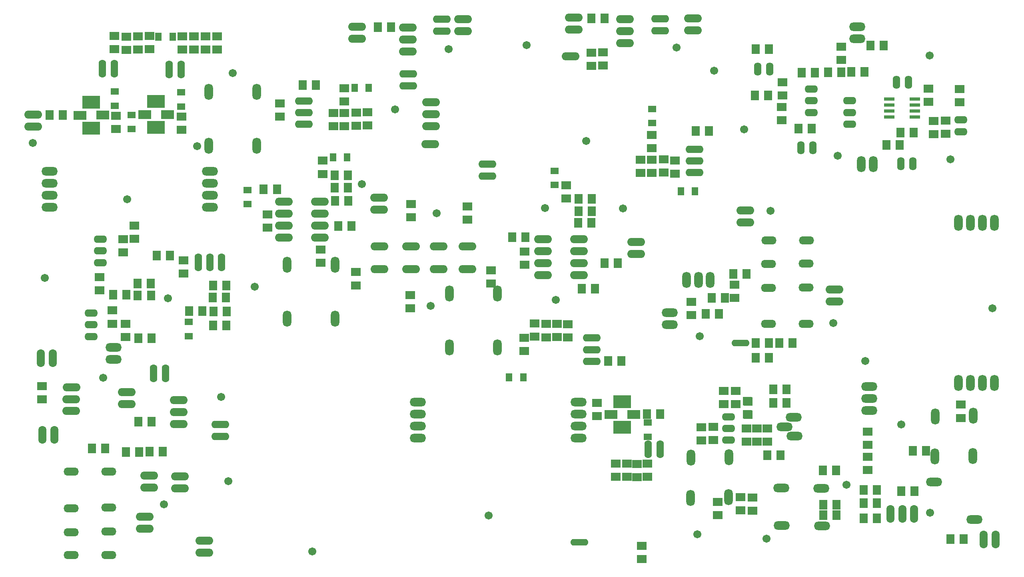
<source format=gbr>
G04 DipTrace 3.0.0.2*
G04 TopMask.gbr*
%MOMM*%
G04 #@! TF.FileFunction,Soldermask,Top*
G04 #@! TF.Part,Single*
%AMOUTLINE1*
4,1,4,
-0.98749,0.91784,
1.01625,0.88593,
0.98749,-0.91784,
-1.01625,-0.88593,
-0.98749,0.91784,
0*%
%ADD41O,3.804X1.404*%
%ADD43O,1.704X3.804*%
%ADD45O,3.204X1.704*%
%ADD47O,3.454X1.824*%
%ADD49O,1.604X2.804*%
%ADD51R,2.204X0.804*%
%ADD53C,1.704*%
%ADD55O,2.804X1.604*%
%ADD57O,1.604X3.804*%
%ADD59O,3.454X1.824*%
%ADD61O,3.804X1.604*%
%ADD63R,1.404X1.804*%
%ADD65O,1.824X3.454*%
%ADD67O,3.804X1.704*%
%ADD69R,2.6678X1.8804*%
%ADD71R,3.76X2.6678*%
%ADD73R,1.804X1.404*%
%ADD75R,1.804X2.004*%
%ADD77R,2.004X1.804*%
%ADD82OUTLINE1*%
%FSLAX35Y35*%
G04*
G71*
G90*
G75*
G01*
G04 TopMask*
%LPD*%
D77*
X3040533Y10844303D3*
Y10564303D3*
D75*
X1912533Y10856303D3*
X1632533D3*
D73*
X3015033Y11055803D3*
Y11355803D3*
D77*
X3007533Y12254303D3*
Y12534303D3*
D71*
X2511300Y11127300D3*
X2509647Y10580747D3*
D69*
X2272713Y10851680D3*
X2757853Y10854220D3*
D67*
X1288800Y10615800D3*
Y10869800D3*
X14049300Y8164800D3*
Y7910800D3*
X6594300Y9022800D3*
Y8768800D3*
Y8514800D3*
Y8260800D3*
X7356300D3*
Y8514800D3*
Y8768800D3*
Y9022800D3*
D65*
X6661800Y7680300D3*
X7677800D3*
X6661800Y6537300D3*
X7677800D3*
D67*
X10383300Y12891300D3*
Y12637300D3*
D63*
X7930800Y9961800D3*
X7630800D3*
D67*
X8605800Y9102300D3*
Y8848300D3*
D61*
X9228300Y11731800D3*
Y11477800D3*
D75*
X7957800Y9039300D3*
X7677800D3*
D77*
X3256533Y12237803D3*
Y12517803D3*
D75*
X7947300Y9583800D3*
X7667300D3*
X7951800Y9313800D3*
X7671800D3*
D67*
X9217933Y12207233D3*
Y12461333D3*
Y12715310D3*
X8139300Y12732300D3*
Y12478300D3*
D75*
X8584800Y12721800D3*
X8864800D3*
D77*
X6249300Y8746800D3*
Y8466800D3*
X7372800Y7722300D3*
Y8002300D3*
X9288300Y8688300D3*
Y8968300D3*
X9268800Y7036800D3*
Y6756800D3*
X10480800Y8641800D3*
Y8921800D3*
D67*
X8619300Y7590300D3*
Y8072900D3*
X9286800Y8073300D3*
Y7590700D3*
X9867300Y7591800D3*
Y8074400D3*
X10476300Y8073300D3*
Y7590700D3*
D77*
X10981800Y7563300D3*
Y7283300D3*
X8119800Y7246800D3*
Y7526800D3*
D65*
X10096800Y7069800D3*
X11112800D3*
X10096800Y5926800D3*
X11112800D3*
D75*
X11710800Y8271300D3*
X11430800D3*
D67*
X12081300Y8227800D3*
Y7973800D3*
Y7719800D3*
Y7465800D3*
X12843300D3*
Y7719800D3*
Y7973800D3*
Y8227800D3*
D73*
X12328800Y9375300D3*
Y9675300D3*
D75*
X13107300Y8572800D3*
X12827300D3*
X13111800Y8820300D3*
X12831800D3*
X13116300Y9084300D3*
X12836300D3*
D77*
X11688300Y7965300D3*
Y7685300D3*
D63*
X15297300Y9240300D3*
X14997300D3*
D75*
X4180800Y7876800D3*
X3900800D3*
D59*
X5029800Y8902800D3*
Y9156800D3*
Y9410800D3*
Y9664800D3*
X1629800D3*
Y9410800D3*
Y9156800D3*
Y8902800D3*
D65*
X6016800Y10206300D3*
X5000800D3*
X6016800Y11349300D3*
X5000800D3*
D77*
X3507033Y12246803D3*
Y12526803D3*
X3745533Y12255803D3*
Y12535803D3*
D75*
X6445800Y9280800D3*
X6165800D3*
D61*
X9934800Y12892800D3*
Y12638800D3*
D57*
X2746800Y11836800D3*
X3000800D3*
D75*
X8020800Y8506800D3*
X7740800D3*
X13666800Y7716300D3*
X13386800D3*
D77*
X4429267Y10828307D3*
Y10548307D3*
D73*
X3369033Y10860803D3*
Y10560803D3*
X4420267Y11039807D3*
Y11339807D3*
D77*
X4443300Y12244800D3*
Y12524800D3*
D71*
X3885300Y11143800D3*
X3883647Y10597247D3*
D69*
X3646713Y10868180D3*
X4131853Y10870720D3*
D77*
X4687800Y12246300D3*
Y12526300D3*
X4938300Y12246300D3*
Y12526300D3*
X5181300Y12246300D3*
Y12526300D3*
D57*
X4167300Y11820300D3*
X4421300D3*
D63*
X3936033Y12521303D3*
X4236033D3*
D61*
X7017434Y11158532D3*
X7016434Y10908532D3*
X7015434Y10661532D3*
D77*
X7639800Y10621800D3*
Y10901800D3*
X7873800Y10620300D3*
Y10900300D3*
X8124300Y10629300D3*
Y10909300D3*
X8362800Y10638300D3*
Y10918300D3*
D63*
X8088300Y11431800D3*
X8388300D3*
D75*
X6991800Y11493300D3*
X7271800D3*
D77*
X7875300Y11427300D3*
Y11147300D3*
D57*
X4778068Y7736434D3*
X5028068Y7735434D3*
X5275068Y7734434D3*
D75*
X5373300Y7240800D3*
X5093300D3*
X5371800Y6396300D3*
X5091800D3*
X5385300Y6690300D3*
X5105300D3*
X5368800Y6985800D3*
X5088800D3*
D73*
X4576800Y6469800D3*
Y6169800D3*
D77*
X4468800Y7777800D3*
Y7497800D3*
D75*
X4584300Y6703800D3*
X4864300D3*
D73*
X5826300Y9267300D3*
Y8967300D3*
D67*
X15250800Y12907800D3*
Y12653800D3*
D77*
X13105713Y11898343D3*
Y12178343D3*
D67*
X13819846Y12378276D3*
Y12632376D3*
Y12886353D3*
X12732213Y12921343D3*
Y12667343D3*
D75*
X13107213Y12906343D3*
X13387213D3*
D61*
X14562300Y12900300D3*
Y12646300D3*
D77*
X3244800Y6147300D3*
Y6427300D3*
D55*
X2509779Y6160841D3*
X2510779Y6410841D3*
X2511779Y6657841D3*
D75*
X3513300Y6126300D3*
X3793300D3*
D77*
X2686800Y7144800D3*
Y7424800D3*
D75*
X2979300Y7044300D3*
X3259300D3*
X3772800Y7282800D3*
X3492800D3*
D59*
X2989800Y5926800D3*
Y5672800D3*
D77*
X3192300Y7945800D3*
Y8225800D3*
D75*
X3778933Y7027533D3*
X3498933D3*
D55*
X2704800Y8226300D3*
Y7976300D3*
Y7726300D3*
D77*
X3429300Y8233800D3*
Y8513800D3*
X2962800Y6433800D3*
Y6713800D3*
X6507300Y11104800D3*
Y10824800D3*
D53*
X7198800Y1603800D3*
D57*
X4084800Y5377800D3*
X3830800D3*
D67*
X4366774Y4815314D3*
Y4561214D3*
Y4307237D3*
X3264300Y4725300D3*
Y4979300D3*
D75*
X3511800Y4357800D3*
X3791800D3*
D61*
X5250300Y4299300D3*
Y4045300D3*
X15289887Y10134126D3*
X15288887Y9884126D3*
X15287887Y9637126D3*
D77*
X14149800Y9630300D3*
Y9910300D3*
X14383800Y9628800D3*
Y9908800D3*
X14634300Y9637800D3*
Y9917800D3*
X14872853Y9613693D3*
Y9893693D3*
D73*
X14391353Y10684693D3*
Y10984693D3*
D75*
X15312300Y10516800D3*
X15592300D3*
D77*
X14385300Y10435800D3*
Y10155800D3*
D61*
X13108719Y5632961D3*
X13109719Y5882961D3*
X13110719Y6129961D3*
D77*
X12601800Y6421800D3*
Y6141800D3*
X12375300Y6433800D3*
Y6153800D3*
X12150300Y6426300D3*
Y6146300D3*
X11905800Y6435300D3*
Y6155300D3*
D63*
X11662800Y5292300D3*
X11362800D3*
D75*
X13461300Y5641800D3*
X13741300D3*
D77*
X11682300Y5853300D3*
Y6133300D3*
D67*
X18252300Y6906300D3*
Y7160300D3*
D51*
X19410300Y11194800D3*
Y11067800D3*
Y10940800D3*
Y10813800D3*
X19950300D3*
Y10940800D3*
Y11067800D3*
Y11194800D3*
D49*
X19563300Y11553300D3*
X19817300D3*
D77*
X20241300Y11136300D3*
Y11416300D3*
D55*
X18576300Y11161800D3*
Y10911800D3*
Y10661800D3*
D75*
X18394800Y11766300D3*
X18114800D3*
X18891300Y11770800D3*
X18611300D3*
D77*
X20602800Y10459800D3*
Y10739800D3*
D65*
X18817800Y9813300D3*
X19071800D3*
D75*
X19932300Y10483800D3*
X19652300D3*
X19633800Y10225800D3*
X19353800D3*
D49*
X19660800Y9823800D3*
X19914800D3*
D77*
X20347800Y10453800D3*
Y10733800D3*
D55*
X17758699Y10911501D3*
X17759699Y11161501D3*
X17760699Y11408501D3*
D75*
X17559300Y11755800D3*
X17839300D3*
D77*
X17154300Y11553300D3*
Y11273300D3*
X17134800Y11028300D3*
Y10748300D3*
D75*
X17767800Y10566300D3*
X17487800D3*
X16567800Y11274300D3*
X16847800D3*
D49*
X17793300Y10164300D3*
X17539300D3*
X16882800Y11832300D3*
X16628800D3*
D75*
X16585800Y12258300D3*
X16865800D3*
D77*
X18393300Y12025800D3*
Y12305800D3*
D75*
X19017300Y12333300D3*
X19297300D3*
D59*
X18732300Y12475800D3*
Y12729800D3*
D77*
X15688800Y4245550D3*
Y3965550D3*
X15435300Y3960300D3*
Y4240300D3*
X16165050Y5007550D3*
Y4727550D3*
X16260300Y2753300D3*
Y2473300D3*
X16387300Y4213800D3*
Y3933800D3*
D82*
X16419050Y4785300D3*
X16414590Y4505333D3*
D75*
X16831800Y3642300D3*
X17111800D3*
X16958800Y5039300D3*
X17238800D3*
X16958800Y4753550D3*
X17238800D3*
D77*
X18959050Y3864550D3*
Y4144550D3*
D75*
X14283300Y4513800D3*
X14563300D3*
D77*
X15911050Y5007550D3*
Y4727550D3*
X16514300Y2467550D3*
Y2747550D3*
X16609550Y4213800D3*
Y3933800D3*
D75*
X18292300Y2372300D3*
X18012300D3*
X18006550Y3324800D3*
X18286550D3*
X20709300Y1863300D3*
X20989300D3*
X19911550Y3737550D3*
X20191550D3*
X19943300Y2880300D3*
X19663300D3*
D77*
X20927550Y4436050D3*
Y4716050D3*
D75*
X19149550Y2626300D3*
X18869550D3*
D47*
X17403300Y4055050D3*
X17196927Y4245600D3*
X17387427Y4452000D3*
D53*
X19666800Y4297800D3*
D59*
X18990800Y4594800D3*
Y4848800D3*
Y5102800D3*
D75*
X19149550Y2308800D3*
X18869550D3*
D65*
X16006300Y2753300D3*
X15205750Y2741333D3*
X16014277Y3605040D3*
X15213730Y3593073D3*
D59*
X17974800Y2943800D3*
X17986767Y2143250D3*
X17123060Y2951777D3*
X17135027Y2151230D3*
D65*
X20387800Y4467800D3*
X21188350Y4479767D3*
X20379823Y3616060D3*
X21180370Y3628027D3*
D59*
X21213300Y2277300D3*
X20359007Y3076563D3*
D45*
X17656800Y8199300D3*
X16860173D3*
X16855150Y7696250D3*
X17651800Y7712173D3*
X17654800Y6426550D3*
X16858150D3*
X16855150Y7188250D3*
X17651800Y7204173D3*
D43*
X19939300Y2400050D3*
X19689300D3*
X19439300D3*
X21666300Y1860300D3*
X21412300D3*
D77*
X16831800Y4213800D3*
Y3933800D3*
X18959050Y3610550D3*
Y3330550D3*
D75*
X16863300Y6023800D3*
X16583300D3*
X17085550D3*
X17365550D3*
D65*
X21642300Y8574300D3*
X21388300D3*
X21134300D3*
X20880300D3*
Y5174300D3*
X21134300D3*
X21388300D3*
X21642300D3*
D41*
X16264800Y6024300D3*
D77*
X16132800Y6979800D3*
Y7259800D3*
X15222300Y6619800D3*
Y6899800D3*
D75*
X15525300Y6637800D3*
X15805300D3*
X15930300Y6982800D3*
X15650300D3*
D65*
X15619800Y7362300D3*
X15369800D3*
X15119800D3*
D75*
X19149550Y2912050D3*
X18869550D3*
X18292300Y2594550D3*
X18012300D3*
D77*
X15784050Y2372300D3*
Y2652300D3*
X14169300Y1723800D3*
Y1443800D3*
D75*
X16863300Y5706300D3*
X16583300D3*
D59*
X14764800Y6664800D3*
Y6410800D3*
D67*
X16362300Y8836800D3*
Y8582800D3*
X9706800Y11125800D3*
Y10871800D3*
Y10617800D3*
X12667713Y12106843D3*
X9693300Y10242300D3*
D53*
X4137300Y6970800D3*
D55*
X16009881Y4461139D3*
X16008881Y4211139D3*
X16007881Y3964139D3*
D53*
X20275800Y2428800D3*
X18903300Y5644800D3*
X21600300Y6762300D3*
D41*
X12847800Y1801800D3*
D53*
X15400800Y6171300D3*
X16899300Y8829300D3*
X16338300Y10549800D3*
X20707800Y9916800D3*
X20263800Y12123300D3*
X15705300Y11796300D3*
X13771800Y8877300D3*
X12994800Y10311300D3*
X8241300Y9396300D3*
X12126300Y8886300D3*
X9829800Y8776800D3*
X9697800Y6807300D3*
X12351300Y6942300D3*
X5977800Y7216800D3*
X5262300Y4881300D3*
X10927800Y2362800D3*
X15351300Y1965300D3*
X16809300Y1878300D3*
X18504300Y3019800D3*
X8943300Y10974300D3*
X5506800Y11748300D3*
X3271800Y9070800D3*
X4756800Y10201800D3*
D75*
X12904800Y7177800D3*
X13184800D3*
D77*
X7417800Y9609300D3*
Y9889300D3*
X12574800Y9088800D3*
Y9368800D3*
D61*
X10900800Y9819300D3*
Y9565300D3*
D77*
X13353213Y11908843D3*
Y12188843D3*
D53*
X14905800Y12291300D3*
X11730300Y12342300D3*
X10078800Y12253800D3*
D55*
X20926800Y10755300D3*
Y10501300D3*
D77*
X20902800Y11409300D3*
Y11129300D3*
D59*
X12831300Y4008300D3*
Y4262300D3*
Y4516300D3*
Y4770300D3*
X9431300D3*
Y4516300D3*
Y4262300D3*
Y4008300D3*
D53*
X2769300Y5287800D3*
D77*
X13222800Y4473300D3*
Y4753300D3*
D73*
X14295300Y4336800D3*
Y4036800D3*
D77*
X14293800Y3465300D3*
Y3185300D3*
D71*
X13755300Y4780800D3*
X13753647Y4234247D3*
D69*
X13516713Y4505180D3*
X14001853Y4507720D3*
D77*
X14073300Y3460800D3*
Y3180800D3*
X13855800Y3469800D3*
Y3189800D3*
X13623300Y3465300D3*
Y3185300D3*
D57*
X14559300Y3774300D3*
X14305300D3*
D53*
X1279800Y10267800D3*
X18229800Y6447300D3*
D45*
X2086800Y1524300D3*
X2883427D3*
X2888450Y2027350D3*
X2091800Y2011427D3*
X2088800Y3297050D3*
X2885450D3*
X2888450Y2535350D3*
X2091800Y2519427D3*
D75*
X3252300Y3712800D3*
X3532300D3*
X2808300Y3792300D3*
X2528300D3*
X4032300Y3720300D3*
X3752300D3*
D67*
X4392300Y3193800D3*
Y2939800D3*
X4905300Y1828800D3*
Y1574800D3*
D53*
X4054800Y2605800D3*
D67*
X3649800Y2340300D3*
Y2086300D3*
X3738300Y3216300D3*
Y2962300D3*
D53*
X5415300Y3093300D3*
D67*
X2094321Y5080759D3*
X2093321Y4830759D3*
X2092321Y4583759D3*
D43*
X1737300Y4074300D3*
X1483300D3*
D77*
X1470300Y4830300D3*
Y5110300D3*
D43*
X1444800Y5704800D3*
X1698800D3*
D53*
X1533300Y7407300D3*
D75*
X16392300Y7489800D3*
X16112300D3*
D53*
X18319800Y9993300D3*
M02*

</source>
